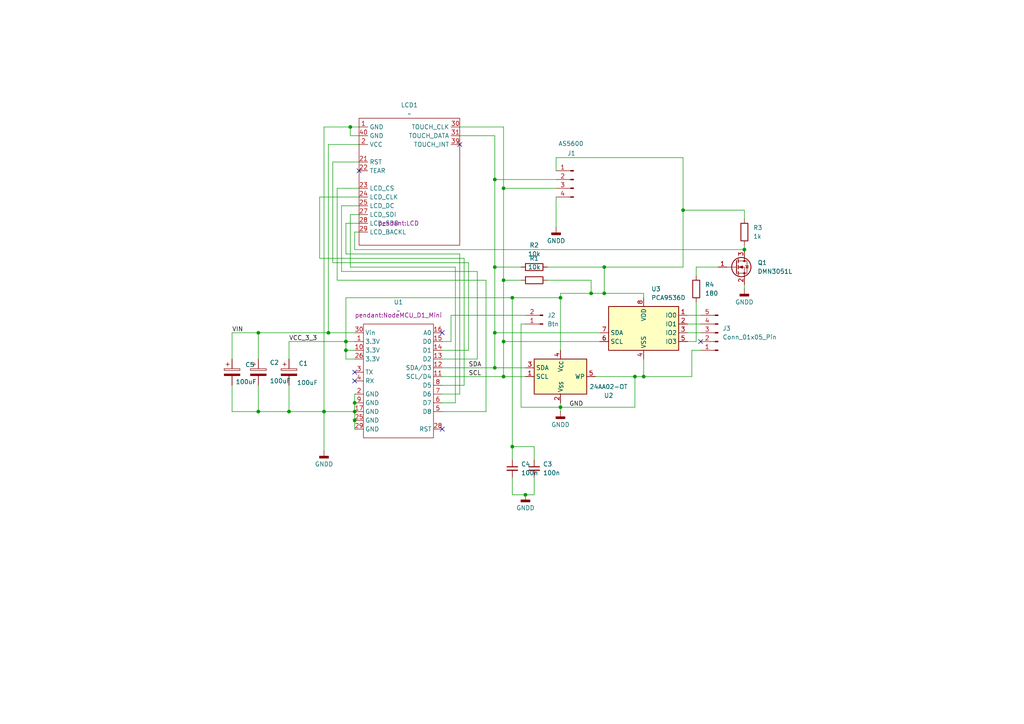
<source format=kicad_sch>
(kicad_sch (version 20231120) (generator "eeschema") (generator_version "8.0")
  (paper "A4")
  (lib_symbols
    (symbol "Connector:Conn_01x02_Pin" (pin_names (offset 1.016) hide)
      (property "Reference" "J" (at 0 2.54 0))
      (property "Value" "Conn_01x02_Pin" (at 0 -5.08 0))
      (symbol "Conn_01x02_Pin_1_1"
        (polyline (pts (xy 1.27 -2.54) (xy 0.8636 -2.54)) (stroke (width 0.1524)))
        (polyline (pts (xy 1.27 0) (xy 0.8636 0)) (stroke (width 0.1524)))
        (rectangle (start 0.8636 -2.413) (end 0 -2.667) (stroke (width 0.1524)) (fill (type outline)))
        (rectangle (start 0.8636 0.127) (end 0 -0.127) (stroke (width 0.1524)) (fill (type outline)))
        (pin passive line (at 5.08 0 180) (length 3.81) (name "Pin_1") (number "1"))
        (pin passive line (at 5.08 -2.54 180) (length 3.81) (name "Pin_2") (number "2"))
      )
    )
    (symbol "Connector:Conn_01x04_Pin" (pin_names (offset 1.016) hide)
      (property "Reference" "J" (at 0 5.08 0))
      (property "Value" "Conn_01x04_Pin" (at 0 -7.62 0))
      (symbol "Conn_01x04_Pin_1_1"
        (polyline (pts (xy 1.27 -5.08) (xy 0.8636 -5.08)) (stroke (width 0.1524)))
        (polyline (pts (xy 1.27 -2.54) (xy 0.8636 -2.54)) (stroke (width 0.1524)))
        (polyline (pts (xy 1.27 0) (xy 0.8636 0)) (stroke (width 0.1524)))
        (polyline (pts (xy 1.27 2.54) (xy 0.8636 2.54)) (stroke (width 0.1524)))
        (rectangle (start 0.8636 -4.953) (end 0 -5.207) (stroke (width 0.1524)) (fill (type outline)))
        (rectangle (start 0.8636 -2.413) (end 0 -2.667) (stroke (width 0.1524)) (fill (type outline)))
        (rectangle (start 0.8636 0.127) (end 0 -0.127) (stroke (width 0.1524)) (fill (type outline)))
        (rectangle (start 0.8636 2.667) (end 0 2.413) (stroke (width 0.1524)) (fill (type outline)))
        (pin passive line (at 5.08 2.54 180) (length 3.81) (name "Pin_1") (number "1"))
        (pin passive line (at 5.08 0 180) (length 3.81) (name "Pin_2") (number "2"))
        (pin passive line (at 5.08 -2.54 180) (length 3.81) (name "Pin_3") (number "3"))
        (pin passive line (at 5.08 -5.08 180) (length 3.81) (name "Pin_4") (number "4"))
      )
    )
    (symbol "Connector:Conn_01x05_Pin" (pin_names (offset 1.016) hide)
      (property "Reference" "J" (at 0 7.62 0))
      (property "Value" "Conn_01x05_Pin" (at 0 -7.62 0))
      (symbol "Conn_01x05_Pin_1_1"
        (polyline (pts (xy 1.27 -5.08) (xy 0.8636 -5.08)) (stroke (width 0.1524)))
        (polyline (pts (xy 1.27 -2.54) (xy 0.8636 -2.54)) (stroke (width 0.1524)))
        (polyline (pts (xy 1.27 0) (xy 0.8636 0)) (stroke (width 0.1524)))
        (polyline (pts (xy 1.27 2.54) (xy 0.8636 2.54)) (stroke (width 0.1524)))
        (polyline (pts (xy 1.27 5.08) (xy 0.8636 5.08)) (stroke (width 0.1524)))
        (rectangle (start 0.8636 -4.953) (end 0 -5.207) (stroke (width 0.1524)) (fill (type outline)))
        (rectangle (start 0.8636 -2.413) (end 0 -2.667) (stroke (width 0.1524)) (fill (type outline)))
        (rectangle (start 0.8636 0.127) (end 0 -0.127) (stroke (width 0.1524)) (fill (type outline)))
        (rectangle (start 0.8636 2.667) (end 0 2.413) (stroke (width 0.1524)) (fill (type outline)))
        (rectangle (start 0.8636 5.207) (end 0 4.953) (stroke (width 0.1524)) (fill (type outline)))
        (pin passive line (at 5.08 5.08 180) (length 3.81) (name "Pin_1") (number "1"))
        (pin passive line (at 5.08 2.54 180) (length 3.81) (name "Pin_2") (number "2"))
        (pin passive line (at 5.08 0 180) (length 3.81) (name "Pin_3") (number "3"))
        (pin passive line (at 5.08 -2.54 180) (length 3.81) (name "Pin_4") (number "4"))
        (pin passive line (at 5.08 -5.08 180) (length 3.81) (name "Pin_5") (number "5"))
      )
    )
    (symbol "Device:C_Polarized" (pin_numbers hide) (pin_names (offset 0.254))
      (property "Reference" "C" (at 0.635 2.54 0))
      (property "Value" "C_Polarized" (at 0.635 -2.54 0))
      (symbol "C_Polarized_0_1"
        (rectangle (start -2.286 0.508) (end 2.286 1.016))
        (polyline (pts (xy -1.778 2.286) (xy -0.762 2.286)))
        (polyline (pts (xy -1.27 2.794) (xy -1.27 1.778)))
        (rectangle (start 2.286 -0.508) (end -2.286 -1.016) (fill (type outline)))
      )
      (symbol "C_Polarized_1_1"
        (pin passive line (at 0 3.81 270) (length 2.794) (name "~") (number "1"))
        (pin passive line (at 0 -3.81 90) (length 2.794) (name "~") (number "2"))
      )
    )
    (symbol "Device:C_Small" (pin_numbers hide) (pin_names (offset 0.254) hide)
      (property "Reference" "C" (at 0.254 1.778 0))
      (property "Value" "C_Small" (at 0.254 -2.032 0))
      (symbol "C_Small_0_1"
        (polyline (pts (xy -1.524 -0.508) (xy 1.524 -0.508)) (stroke (width 0.3302)))
        (polyline (pts (xy -1.524 0.508) (xy 1.524 0.508)) (stroke (width 0.3048)))
      )
      (symbol "C_Small_1_1"
        (pin passive line (at 0 2.54 270) (length 2.032) (name "~") (number "1"))
        (pin passive line (at 0 -2.54 90) (length 2.032) (name "~") (number "2"))
      )
    )
    (symbol "Device:R" (pin_numbers hide) (pin_names (offset 0))
      (property "Reference" "R" (at 2.032 0 90))
      (property "Value" "R" (at 0 0 90))
      (symbol "R_0_1"
        (rectangle (start -1.016 -2.54) (end 1.016 2.54) (stroke (width 0.254)))
      )
      (symbol "R_1_1"
        (pin passive line (at 0 3.81 270) (length 1.27) (name "~") (number "1"))
        (pin passive line (at 0 -3.81 90) (length 1.27) (name "~") (number "2"))
      )
    )
    (symbol "Interface_Expansion:PCA9536D"
      (property "Reference" "U" (at -8.89 6.35 0))
      (property "Value" "PCA9536D" (at 6.35 6.35 0))
      (symbol "PCA9536D_0_1"
        (rectangle (start -10.16 5.08) (end 10.16 -7.62) (stroke (width 0.254)) (fill (type background)))
      )
      (symbol "PCA9536D_1_1"
        (pin bidirectional line (at 12.7 2.54 180) (length 2.54) (name "IO0") (number "1"))
        (pin bidirectional line (at 12.7 0 180) (length 2.54) (name "IO1") (number "2"))
        (pin bidirectional line (at 12.7 -2.54 180) (length 2.54) (name "IO2") (number "3"))
        (pin power_in line (at 0 -10.16 90) (length 2.54) (name "VSS") (number "4"))
        (pin bidirectional line (at 12.7 -5.08 180) (length 2.54) (name "IO3") (number "5"))
        (pin input line (at -12.7 -5.08 0) (length 2.54) (name "SCL") (number "6"))
        (pin bidirectional line (at -12.7 -2.54 0) (length 2.54) (name "SDA") (number "7"))
        (pin power_in line (at 0 7.62 270) (length 2.54) (name "VDD") (number "8"))
      )
    )
    (symbol "Memory_EEPROM:24AA02-OT"
      (property "Reference" "U" (at -7.62 6.35 0))
      (property "Value" "24AA02-OT" (at 2.54 -6.35 0))
      (symbol "24AA02-OT_1_1"
        (rectangle (start -7.62 5.08) (end 7.62 -5.08) (stroke (width 0.254)) (fill (type background)))
        (pin input line (at 10.16 0 180) (length 2.54) (name "SCL") (number "1"))
        (pin power_in line (at 0 -7.62 90) (length 2.54) (name "V_{SS}") (number "2"))
        (pin bidirectional line (at 10.16 2.54 180) (length 2.54) (name "SDA") (number "3"))
        (pin power_in line (at 0 7.62 270) (length 2.54) (name "V_{CC}") (number "4"))
        (pin input line (at -10.16 0 0) (length 2.54) (name "WP") (number "5"))
      )
    )
    (symbol "Transistor_FET:DMN3051L" (pin_names hide)
      (property "Reference" "Q" (at 5.08 1.905 0))
      (property "Value" "DMN3051L" (at 5.08 0 0))
      (symbol "DMN3051L_0_1"
        (polyline (pts (xy 0.254 0) (xy -2.54 0)))
        (polyline (pts (xy 0.254 1.905) (xy 0.254 -1.905)) (stroke (width 0.254)))
        (polyline (pts (xy 0.762 -1.27) (xy 0.762 -2.286)) (stroke (width 0.254)))
        (polyline (pts (xy 0.762 0.508) (xy 0.762 -0.508)) (stroke (width 0.254)))
        (polyline (pts (xy 0.762 2.286) (xy 0.762 1.27)) (stroke (width 0.254)))
        (polyline (pts (xy 2.54 2.54) (xy 2.54 1.778)))
        (polyline (pts (xy 2.54 -2.54) (xy 2.54 0) (xy 0.762 0)))
        (polyline (pts (xy 0.762 -1.778) (xy 3.302 -1.778) (xy 3.302 1.778) (xy 0.762 1.778)))
        (polyline (pts (xy 1.016 0) (xy 2.032 0.381) (xy 2.032 -0.381) (xy 1.016 0)) (fill (type outline)))
        (polyline (pts (xy 2.794 0.508) (xy 2.921 0.381) (xy 3.683 0.381) (xy 3.81 0.254)))
        (polyline (pts (xy 3.302 0.381) (xy 2.921 -0.254) (xy 3.683 -0.254) (xy 3.302 0.381)))
        (circle (center 1.651 0) (radius 2.794) (stroke (width 0.254)))
        (circle (center 2.54 -1.778) (radius 0.254) (fill (type outline)))
        (circle (center 2.54 1.778) (radius 0.254) (fill (type outline)))
      )
      (symbol "DMN3051L_1_1"
        (pin input line (at -5.08 0 0) (length 2.54) (name "G") (number "1"))
        (pin passive line (at 2.54 -5.08 90) (length 2.54) (name "S") (number "2"))
        (pin passive line (at 2.54 5.08 270) (length 2.54) (name "D") (number "3"))
      )
    )
    (symbol "pendant:LCD"
      (property "Reference" "LCD" (at 0 -1.524 0))
      (property "Footprint" "pendant:LCD" (at -3.81 6.35 0))
      (symbol "LCD_0_1"
        (rectangle (start -15.24 36.83) (end 13.97 0))
      )
      (symbol "LCD_1_1"
        (pin power_in line (at -15.24 34.29 0) (length 2.54) (name "GND") (number "1"))
        (pin power_in line (at -15.24 29.21 0) (length 2.54) (name "VCC") (number "2"))
        (pin input line (at -15.24 24.13 0) (length 2.54) (name "RST") (number "21"))
        (pin output line (at -15.24 21.59 0) (length 2.54) (name "TEAR") (number "22"))
        (pin input line (at -15.24 16.51 0) (length 2.54) (name "LCD_CS") (number "23"))
        (pin input line (at -15.24 13.97 0) (length 2.54) (name "LCD_CLK") (number "24"))
        (pin input line (at -15.24 11.43 0) (length 2.54) (name "LCD_DC") (number "25"))
        (pin input line (at -15.24 8.89 0) (length 2.54) (name "LCD_SDI") (number "27"))
        (pin output line (at -15.24 6.35 0) (length 2.54) (name "LCD_SDO") (number "28"))
        (pin input line (at -15.24 3.81 0) (length 2.54) (name "LCD_BACKL") (number "29"))
        (pin input line (at 13.97 34.29 180) (length 2.54) (name "TOUCH_CLK") (number "30"))
        (pin bidirectional line (at 13.97 31.75 180) (length 2.54) (name "TOUCH_DATA") (number "31"))
        (pin output line (at 13.97 29.21 180) (length 2.54) (name "TOUCH_INT") (number "39"))
        (pin power_in line (at -15.24 31.75 0) (length 2.54) (name "GND") (number "40"))
      )
    )
    (symbol "pendant:NodeMCU"
      (property "Reference" "U1" (at -72.39 21.59 0))
      (property "Value" "~" (at -72.39 19.05 0))
      (property "Footprint" "pendant:NodeMCU_D1_Mini" (at -72.39 17.78 0))
      (symbol "NodeMCU_0_1"
        (rectangle (start -82.55 15.24) (end -62.23 -17.78))
      )
      (symbol "NodeMCU_1_1"
        (pin power_in line (at -85.09 10.16 0) (length 2.54) (name "3.3V") (number "1"))
        (pin power_in line (at -85.09 7.62 0) (length 2.54) (name "3.3V") (number "10"))
        (pin bidirectional line (at -59.69 0 180) (length 2.54) (name "SCL/D4") (number "11"))
        (pin bidirectional line (at -59.69 2.54 180) (length 2.54) (name "SDA/D3") (number "12"))
        (pin bidirectional line (at -59.69 5.08 180) (length 2.54) (name "D2") (number "13"))
        (pin bidirectional line (at -59.69 7.62 180) (length 2.54) (name "D1") (number "14"))
        (pin bidirectional line (at -59.69 10.16 180) (length 2.54) (name "D0") (number "15"))
        (pin input line (at -59.69 12.7 180) (length 2.54) (name "A0") (number "16"))
        (pin power_in line (at -85.09 -10.16 0) (length 2.54) (name "GND") (number "17"))
        (pin power_in line (at -85.09 -5.08 0) (length 2.54) (name "GND") (number "2"))
        (pin power_in line (at -85.09 -12.7 0) (length 2.54) (name "GND") (number "25"))
        (pin power_in line (at -85.09 5.08 0) (length 2.54) (name "3.3V") (number "26"))
        (pin input line (at -59.69 -15.24 180) (length 2.54) (name "RST") (number "28"))
        (pin power_in line (at -85.09 -15.24 0) (length 2.54) (name "GND") (number "29"))
        (pin bidirectional line (at -85.09 1.27 0) (length 2.54) (name "TX") (number "3"))
        (pin power_in line (at -85.09 12.7 0) (length 2.54) (name "Vin") (number "30"))
        (pin bidirectional line (at -85.09 -1.27 0) (length 2.54) (name "RX") (number "4"))
        (pin bidirectional line (at -59.69 -10.16 180) (length 2.54) (name "D8") (number "5"))
        (pin bidirectional line (at -59.69 -7.62 180) (length 2.54) (name "D7") (number "6"))
        (pin bidirectional line (at -59.69 -5.08 180) (length 2.54) (name "D6") (number "7"))
        (pin bidirectional line (at -59.69 -2.54 180) (length 2.54) (name "D5") (number "8"))
        (pin power_in line (at -85.09 -7.62 0) (length 2.54) (name "GND") (number "9"))
      )
    )
    (symbol "power:GNDD" (power) (pin_numbers hide) (pin_names (offset 0) hide)
      (property "Value" "GNDD" (at 0 -3.175 0))
      (symbol "GNDD_0_1"
        (rectangle (start -1.27 -1.524) (end 1.27 -2.032) (stroke (width 0.254)) (fill (type outline)))
        (polyline (pts (xy 0 0) (xy 0 -1.524)))
      )
      (symbol "GNDD_1_1"
        (pin power_in line (at 0 0 270) (length 0) (name "~") (number "1"))
      )
    )
  )
  (junction (at 152.4 143.51))
  (junction (at 146.05 99.06))
  (junction (at 74.93 119.38))
  (junction (at 198.12 60.96))
  (junction (at 162.56 86.36))
  (junction (at 175.26 85.09))
  (junction (at 102.87 119.38))
  (junction (at 171.45 85.09))
  (junction (at 148.59 86.36))
  (junction (at 146.05 81.28))
  (junction (at 146.05 54.61))
  (junction (at 74.93 96.52))
  (junction (at 93.98 119.38))
  (junction (at 148.59 129.54))
  (junction (at 215.9 72.39))
  (junction (at 146.05 109.22))
  (junction (at 175.26 77.47))
  (junction (at 102.87 121.92))
  (junction (at 143.51 77.47))
  (junction (at 102.87 116.84))
  (junction (at 95.25 96.52))
  (junction (at 83.82 119.38))
  (junction (at 162.56 118.11))
  (junction (at 184.15 109.22))
  (junction (at 143.51 52.07))
  (junction (at 143.51 106.68))
  (junction (at 186.69 109.22))
  (junction (at 143.51 96.52))
  (junction (at 100.33 99.06))
  (junction (at 100.33 101.6))
  (junction (at 101.6 36.83))
  (no_connect (at 128.27 124.46))
  (no_connect (at 133.35 41.91))
  (no_connect (at 102.87 110.49))
  (no_connect (at 102.87 107.95))
  (no_connect (at 203.2 99.06))
  (no_connect (at 128.27 96.52))
  (no_connect (at 104.14 49.53))
  (wire (pts (xy 133.35 36.83) (xy 146.05 36.83)))
  (wire (pts (xy 198.12 77.47) (xy 175.26 77.47)))
  (wire (pts (xy 83.82 104.14) (xy 83.82 99.06)))
  (wire (pts (xy 83.82 99.06) (xy 100.33 99.06)))
  (wire (pts (xy 132.08 116.84) (xy 132.08 77.47)))
  (wire (pts (xy 148.59 138.43) (xy 148.59 143.51)))
  (wire (pts (xy 151.13 81.28) (xy 146.05 81.28)))
  (wire (pts (xy 128.27 101.6) (xy 135.89 101.6)))
  (wire (pts (xy 151.13 93.98) (xy 151.13 118.11)))
  (wire (pts (xy 101.6 77.47) (xy 101.6 62.23)))
  (wire (pts (xy 152.4 93.98) (xy 151.13 93.98)))
  (wire (pts (xy 200.66 101.6) (xy 200.66 109.22)))
  (wire (pts (xy 146.05 109.22) (xy 128.27 109.22)))
  (wire (pts (xy 143.51 77.47) (xy 143.51 96.52)))
  (wire (pts (xy 152.4 109.22) (xy 146.05 109.22)))
  (wire (pts (xy 128.27 111.76) (xy 134.62 111.76)))
  (wire (pts (xy 161.29 57.15) (xy 161.29 66.04)))
  (wire (pts (xy 171.45 85.09) (xy 162.56 85.09)))
  (wire (pts (xy 158.75 77.47) (xy 175.26 77.47)))
  (wire (pts (xy 99.06 78.74) (xy 138.43 78.74)))
  (wire (pts (xy 128.27 114.3) (xy 133.35 114.3)))
  (wire (pts (xy 132.08 77.47) (xy 101.6 77.47)))
  (wire (pts (xy 161.29 52.07) (xy 143.51 52.07)))
  (wire (pts (xy 102.87 72.39) (xy 215.9 72.39)))
  (wire (pts (xy 146.05 81.28) (xy 146.05 99.06)))
  (wire (pts (xy 97.79 54.61) (xy 97.79 81.28)))
  (wire (pts (xy 143.51 39.37) (xy 133.35 39.37)))
  (wire (pts (xy 208.28 77.47) (xy 201.93 77.47)))
  (wire (pts (xy 74.93 96.52) (xy 95.25 96.52)))
  (wire (pts (xy 100.33 73.66) (xy 100.33 64.77)))
  (wire (pts (xy 101.6 36.83) (xy 104.14 36.83)))
  (wire (pts (xy 133.35 73.66) (xy 100.33 73.66)))
  (wire (pts (xy 83.82 119.38) (xy 93.98 119.38)))
  (wire (pts (xy 175.26 85.09) (xy 171.45 85.09)))
  (wire (pts (xy 96.52 46.99) (xy 104.14 46.99)))
  (wire (pts (xy 140.97 81.28) (xy 140.97 119.38)))
  (wire (pts (xy 93.98 36.83) (xy 93.98 119.38)))
  (wire (pts (xy 96.52 76.2) (xy 96.52 46.99)))
  (wire (pts (xy 199.39 91.44) (xy 203.2 91.44)))
  (wire (pts (xy 186.69 85.09) (xy 175.26 85.09)))
  (wire (pts (xy 143.51 96.52) (xy 143.51 106.68)))
  (wire (pts (xy 186.69 86.36) (xy 186.69 85.09)))
  (wire (pts (xy 138.43 78.74) (xy 138.43 104.14)))
  (wire (pts (xy 102.87 119.38) (xy 102.87 116.84)))
  (wire (pts (xy 148.59 143.51) (xy 152.4 143.51)))
  (wire (pts (xy 146.05 54.61) (xy 146.05 81.28)))
  (wire (pts (xy 161.29 45.72) (xy 198.12 45.72)))
  (wire (pts (xy 134.62 74.93) (xy 92.71 74.93)))
  (wire (pts (xy 104.14 54.61) (xy 97.79 54.61)))
  (wire (pts (xy 92.71 74.93) (xy 92.71 57.15)))
  (wire (pts (xy 162.56 86.36) (xy 148.59 86.36)))
  (wire (pts (xy 186.69 109.22) (xy 184.15 109.22)))
  (wire (pts (xy 200.66 109.22) (xy 186.69 109.22)))
  (wire (pts (xy 101.6 62.23) (xy 104.14 62.23)))
  (wire (pts (xy 146.05 99.06) (xy 146.05 109.22)))
  (wire (pts (xy 203.2 96.52) (xy 199.39 96.52)))
  (wire (pts (xy 93.98 130.81) (xy 93.98 119.38)))
  (wire (pts (xy 154.94 143.51) (xy 152.4 143.51)))
  (wire (pts (xy 99.06 59.69) (xy 99.06 78.74)))
  (wire (pts (xy 134.62 111.76) (xy 134.62 74.93)))
  (wire (pts (xy 130.81 91.44) (xy 152.4 91.44)))
  (wire (pts (xy 172.72 109.22) (xy 184.15 109.22)))
  (wire (pts (xy 74.93 119.38) (xy 83.82 119.38)))
  (wire (pts (xy 104.14 39.37) (xy 101.6 39.37)))
  (wire (pts (xy 100.33 64.77) (xy 104.14 64.77)))
  (wire (pts (xy 184.15 109.22) (xy 184.15 118.11)))
  (wire (pts (xy 67.31 111.76) (xy 67.31 119.38)))
  (wire (pts (xy 148.59 86.36) (xy 100.33 86.36)))
  (wire (pts (xy 104.14 67.31) (xy 102.87 67.31)))
  (wire (pts (xy 138.43 104.14) (xy 128.27 104.14)))
  (wire (pts (xy 215.9 60.96) (xy 198.12 60.96)))
  (wire (pts (xy 158.75 81.28) (xy 171.45 81.28)))
  (wire (pts (xy 135.89 76.2) (xy 96.52 76.2)))
  (wire (pts (xy 154.94 138.43) (xy 154.94 143.51)))
  (wire (pts (xy 102.87 124.46) (xy 102.87 121.92)))
  (wire (pts (xy 148.59 129.54) (xy 154.94 129.54)))
  (wire (pts (xy 151.13 77.47) (xy 143.51 77.47)))
  (wire (pts (xy 67.31 119.38) (xy 74.93 119.38)))
  (wire (pts (xy 198.12 45.72) (xy 198.12 60.96)))
  (wire (pts (xy 186.69 104.14) (xy 186.69 109.22)))
  (wire (pts (xy 74.93 96.52) (xy 74.93 104.14)))
  (wire (pts (xy 148.59 133.35) (xy 148.59 129.54)))
  (wire (pts (xy 161.29 54.61) (xy 146.05 54.61)))
  (wire (pts (xy 100.33 101.6) (xy 102.87 101.6)))
  (wire (pts (xy 128.27 106.68) (xy 143.51 106.68)))
  (wire (pts (xy 128.27 99.06) (xy 130.81 99.06)))
  (wire (pts (xy 83.82 111.76) (xy 83.82 119.38)))
  (wire (pts (xy 130.81 99.06) (xy 130.81 91.44)))
  (wire (pts (xy 101.6 39.37) (xy 101.6 36.83)))
  (wire (pts (xy 93.98 119.38) (xy 102.87 119.38)))
  (wire (pts (xy 102.87 121.92) (xy 102.87 119.38)))
  (wire (pts (xy 133.35 114.3) (xy 133.35 73.66)))
  (wire (pts (xy 102.87 99.06) (xy 100.33 99.06)))
  (wire (pts (xy 162.56 118.11) (xy 162.56 116.84)))
  (wire (pts (xy 67.31 96.52) (xy 74.93 96.52)))
  (wire (pts (xy 162.56 101.6) (xy 162.56 86.36)))
  (wire (pts (xy 161.29 45.72) (xy 161.29 49.53)))
  (wire (pts (xy 162.56 85.09) (xy 162.56 86.36)))
  (wire (pts (xy 128.27 116.84) (xy 132.08 116.84)))
  (wire (pts (xy 215.9 71.12) (xy 215.9 72.39)))
  (wire (pts (xy 100.33 101.6) (xy 100.33 104.14)))
  (wire (pts (xy 154.94 129.54) (xy 154.94 133.35)))
  (wire (pts (xy 171.45 81.28) (xy 171.45 85.09)))
  (wire (pts (xy 199.39 99.06) (xy 201.93 99.06)))
  (wire (pts (xy 173.99 99.06) (xy 146.05 99.06)))
  (wire (pts (xy 199.39 93.98) (xy 203.2 93.98)))
  (wire (pts (xy 102.87 116.84) (xy 102.87 114.3)))
  (wire (pts (xy 67.31 104.14) (xy 67.31 96.52)))
  (wire (pts (xy 146.05 36.83) (xy 146.05 54.61)))
  (wire (pts (xy 135.89 101.6) (xy 135.89 76.2)))
  (wire (pts (xy 100.33 86.36) (xy 100.33 99.06)))
  (wire (pts (xy 143.51 52.07) (xy 143.51 77.47)))
  (wire (pts (xy 97.79 81.28) (xy 140.97 81.28)))
  (wire (pts (xy 148.59 129.54) (xy 148.59 86.36)))
  (wire (pts (xy 162.56 119.38) (xy 162.56 118.11)))
  (wire (pts (xy 173.99 96.52) (xy 143.51 96.52)))
  (wire (pts (xy 74.93 111.76) (xy 74.93 119.38)))
  (wire (pts (xy 201.93 87.63) (xy 201.93 99.06)))
  (wire (pts (xy 203.2 101.6) (xy 200.66 101.6)))
  (wire (pts (xy 152.4 106.68) (xy 143.51 106.68)))
  (wire (pts (xy 102.87 96.52) (xy 95.25 96.52)))
  (wire (pts (xy 102.87 67.31) (xy 102.87 72.39)))
  (wire (pts (xy 143.51 52.07) (xy 143.51 39.37)))
  (wire (pts (xy 201.93 77.47) (xy 201.93 80.01)))
  (wire (pts (xy 215.9 63.5) (xy 215.9 60.96)))
  (wire (pts (xy 95.25 41.91) (xy 104.14 41.91)))
  (wire (pts (xy 95.25 96.52) (xy 95.25 41.91)))
  (wire (pts (xy 175.26 77.47) (xy 175.26 85.09)))
  (wire (pts (xy 100.33 99.06) (xy 100.33 101.6)))
  (wire (pts (xy 184.15 118.11) (xy 162.56 118.11)))
  (wire (pts (xy 92.71 57.15) (xy 104.14 57.15)))
  (wire (pts (xy 140.97 119.38) (xy 128.27 119.38)))
  (wire (pts (xy 215.9 83.82) (xy 215.9 82.55)))
  (wire (pts (xy 102.87 104.14) (xy 100.33 104.14)))
  (wire (pts (xy 93.98 36.83) (xy 101.6 36.83)))
  (wire (pts (xy 198.12 60.96) (xy 198.12 77.47)))
  (wire (pts (xy 104.14 59.69) (xy 99.06 59.69)))
  (wire (pts (xy 151.13 118.11) (xy 162.56 118.11)))
  (label "VIN" (at 67.31 96.52 0))
  (label "GND" (at 165.1 118.11 0))
  (label "VCC_3_3" (at 83.82 99.06 0))
  (label "SDA" (at 135.89 106.68 0))
  (label "SCL" (at 135.89 109.22 0))
  (symbol (lib_id "Device:R") (at 201.93 83.82 180) (unit 1)
    (property "Reference" "R4" (at 204.47 82.5499 0) (effects (justify right)))
    (property "Value" "180" (at 204.47 85.0899 0) (effects (justify right)))
    (property "Footprint" "Resistor_SMD:R_1206_3216Metric_Pad1.30x1.75mm_HandSolder" (effects (hide yes)))
    (property "Description" "Resistor" (effects (hide yes)))
  )
  (symbol (lib_id "Device:C_Small") (at 148.59 135.89 0) (unit 1)
    (property "Reference" "C4" (at 151.13 134.6262 0) (effects (justify left)))
    (property "Value" "100n" (at 151.13 137.1662 0) (effects (justify left)))
    (property "Footprint" "Capacitor_SMD:C_1206_3216Metric_Pad1.33x1.80mm_HandSolder" (effects (hide yes)))
    (property "Description" "Unpolarized capacitor, small symbol" (effects (hide yes)))
  )
  (symbol (lib_id "power:GNDD") (at 215.9 83.82 0) (unit 1)
    (property "Reference" "#PWR05" (effects (hide yes)))
    (property "Value" "GNDD" (at 215.9 87.63 0))
    (property "Description" "Power symbol creates a global label with name \"GNDD\" , digital ground" (effects (hide yes)))
  )
  (symbol (lib_id "power:GNDD") (at 152.4 143.51 0) (unit 1)
    (property "Reference" "#PWR04" (effects (hide yes)))
    (property "Value" "GNDD" (at 152.4 147.32 0))
    (property "Description" "Power symbol creates a global label with name \"GNDD\" , digital ground" (effects (hide yes)))
  )
  (symbol (lib_id "Device:R") (at 154.94 81.28 90) (unit 1)
    (property "Reference" "R1" (at 154.94 74.93 90))
    (property "Value" "10k" (at 154.94 77.47 90))
    (property "Footprint" "Resistor_SMD:R_1206_3216Metric_Pad1.30x1.75mm_HandSolder" (effects (hide yes)))
    (property "Description" "Resistor" (effects (hide yes)))
  )
  (symbol (lib_id "Device:R") (at 215.9 67.31 180) (unit 1)
    (property "Reference" "R3" (at 218.44 66.0399 0) (effects (justify right)))
    (property "Value" "1k" (at 218.44 68.5799 0) (effects (justify right)))
    (property "Footprint" "Resistor_SMD:R_1206_3216Metric_Pad1.30x1.75mm_HandSolder" (effects (hide yes)))
    (property "Description" "Resistor" (effects (hide yes)))
  )
  (symbol (lib_id "Connector:Conn_01x02_Pin") (at 157.48 93.98 180) (unit 1)
    (property "Reference" "J2" (at 158.75 91.4399 0) (effects (justify right)))
    (property "Value" "Btn" (at 158.75 93.9799 0) (effects (justify right)))
    (property "Footprint" "Connector_PinHeader_2.54mm:PinHeader_1x02_P2.54mm_Vertical" (effects (hide yes)))
    (property "Description" "Generic connector, single row, 01x02, script generated" (effects (hide yes)))
  )
  (symbol (lib_id "Memory_EEPROM:24AA02-OT") (at 162.56 109.22 0) (mirror y) (unit 1)
    (property "Reference" "U2" (at 176.53 114.7162 0))
    (property "Value" "24AA02-OT" (at 176.53 112.1762 0))
    (property "Footprint" "Package_TO_SOT_SMD:SOT-23-5" (effects (hide yes)))
    (property "Datasheet" "http://ww1.microchip.com/downloads/en/DeviceDoc/21709J.pdf" (effects (hide yes)))
    (property "Description" "I2C Serial EEPROM, 2Kb, SOT-23" (effects (hide yes)))
  )
  (symbol (lib_id "pendant:LCD") (at 119.38 71.12 0) (unit 1)
    (property "Reference" "LCD1" (at 118.745 30.48 0))
    (property "Value" "~" (at 118.745 33.02 0))
    (property "Footprint" "pendant:LCD" (at 115.57 64.77 0))
  )
  (symbol (lib_id "power:GNDD") (at 162.56 119.38 0) (unit 1)
    (property "Reference" "#PWR02" (effects (hide yes)))
    (property "Value" "GNDD" (at 162.56 123.19 0))
    (property "Description" "Power symbol creates a global label with name \"GNDD\" , digital ground" (effects (hide yes)))
  )
  (symbol (lib_id "Connector:Conn_01x04_Pin") (at 166.37 52.07 0) (mirror y) (unit 1)
    (property "Reference" "J1" (at 165.735 44.45 0))
    (property "Value" "AS5600" (at 165.608 41.656 0))
    (property "Footprint" "Connector_PinHeader_2.54mm:PinHeader_1x04_P2.54mm_Vertical" (effects (hide yes)))
    (property "Description" "Generic connector, single row, 01x04, script generated" (effects (hide yes)))
  )
  (symbol (lib_id "Device:C_Polarized") (at 67.31 107.95 0) (unit 1)
    (property "Reference" "C5" (at 71.12 105.7909 0) (effects (justify left)))
    (property "Value" "100uF" (at 68.326 110.744 0) (effects (justify left)))
    (property "Footprint" "Capacitor_THT:CP_Radial_D6.3mm_P2.50mm" (effects (hide yes)))
    (property "Description" "Polarized capacitor" (effects (hide yes)))
  )
  (symbol (lib_id "power:GNDD") (at 93.98 130.81 0) (unit 1)
    (property "Reference" "#PWR01" (effects (hide yes)))
    (property "Value" "GNDD" (at 93.98 134.62 0))
    (property "Description" "Power symbol creates a global label with name \"GNDD\" , digital ground" (effects (hide yes)))
  )
  (symbol (lib_id "pendant:NodeMCU") (at 187.96 109.22 0) (unit 1)
    (property "Reference" "U1" (at 115.57 87.63 0))
    (property "Value" "~" (at 115.57 90.17 0))
    (property "Footprint" "pendant:NodeMCU_D1_Mini" (at 115.57 91.44 0))
  )
  (symbol (lib_id "Device:C_Small") (at 154.94 135.89 0) (unit 1)
    (property "Reference" "C3" (at 157.48 134.6262 0) (effects (justify left)))
    (property "Value" "100n" (at 157.48 137.1662 0) (effects (justify left)))
    (property "Footprint" "Capacitor_SMD:C_1206_3216Metric_Pad1.33x1.80mm_HandSolder" (effects (hide yes)))
    (property "Description" "Unpolarized capacitor, small symbol" (effects (hide yes)))
  )
  (symbol (lib_id "Transistor_FET:DMN3051L") (at 213.36 77.47 0) (unit 1)
    (property "Reference" "Q1" (at 219.71 76.1999 0) (effects (justify left)))
    (property "Value" "DMN3051L" (at 219.71 78.7399 0) (effects (justify left)))
    (property "Footprint" "Package_TO_SOT_SMD:SOT-23" (effects (hide yes)))
    (property "Datasheet" "http://www.diodes.com/assets/Datasheets/ds31347.pdf" (effects (hide yes)))
    (property "Description" "5.8A Id, 30V Vds, N-Channel MOSFET, SOT-23" (effects (hide yes)))
  )
  (symbol (lib_id "Device:C_Polarized") (at 74.93 107.95 0) (unit 1)
    (property "Reference" "C2" (at 78.232 105.156 0) (effects (justify left)))
    (property "Value" "100uF" (at 78.232 110.49 0) (effects (justify left)))
    (property "Footprint" "Capacitor_THT:CP_Radial_D6.3mm_P2.50mm" (effects (hide yes)))
    (property "Description" "Polarized capacitor" (effects (hide yes)))
  )
  (symbol (lib_id "power:GNDD") (at 161.29 66.04 0) (unit 1)
    (property "Reference" "#PWR03" (effects (hide yes)))
    (property "Value" "GNDD" (at 161.29 69.85 0))
    (property "Description" "Power symbol creates a global label with name \"GNDD\" , digital ground" (effects (hide yes)))
  )
  (symbol (lib_id "Device:C_Polarized") (at 83.82 107.95 0) (unit 1)
    (property "Reference" "C1" (at 86.614 105.41 0) (effects (justify left)))
    (property "Value" "100uF" (at 86.106 110.998 0) (effects (justify left)))
    (property "Footprint" "Capacitor_THT:CP_Radial_D6.3mm_P2.50mm" (effects (hide yes)))
    (property "Description" "Polarized capacitor" (effects (hide yes)))
  )
  (symbol (lib_id "Device:R") (at 154.94 77.47 90) (unit 1)
    (property "Reference" "R2" (at 154.94 71.12 90))
    (property "Value" "10k" (at 154.94 73.66 90))
    (property "Footprint" "Resistor_SMD:R_1206_3216Metric_Pad1.30x1.75mm_HandSolder" (effects (hide yes)))
    (property "Description" "Resistor" (effects (hide yes)))
  )
  (symbol (lib_id "Interface_Expansion:PCA9536D") (at 186.69 93.98 0) (unit 1)
    (property "Reference" "U3" (at 188.8841 83.82 0) (effects (justify left)))
    (property "Value" "PCA9536D" (at 188.8841 86.36 0) (effects (justify left)))
    (property "Footprint" "Package_SO:SOIC-8_3.9x4.9mm_P1.27mm" (effects (hide yes)))
    (property "Datasheet" "http://www.nxp.com/docs/en/data-sheet/PCA9536.pdf" (effects (hide yes)))
    (property "Description" "4-bit I2C-bus and SMBus IO port, SOIC-8" (effects (hide yes)))
  )
  (symbol (lib_id "Connector:Conn_01x05_Pin") (at 208.28 96.52 180) (unit 1)
    (property "Reference" "J3" (at 209.55 95.2499 0) (effects (justify right)))
    (property "Value" "Conn_01x05_Pin" (at 209.55 97.7899 0) (effects (justify right)))
    (property "Footprint" "Connector_PinSocket_2.54mm:PinSocket_1x05_P2.54mm_Vertical" (effects (hide yes)))
    (property "Description" "Generic connector, single row, 01x05, script generated" (effects (hide yes)))
  )
)
</source>
